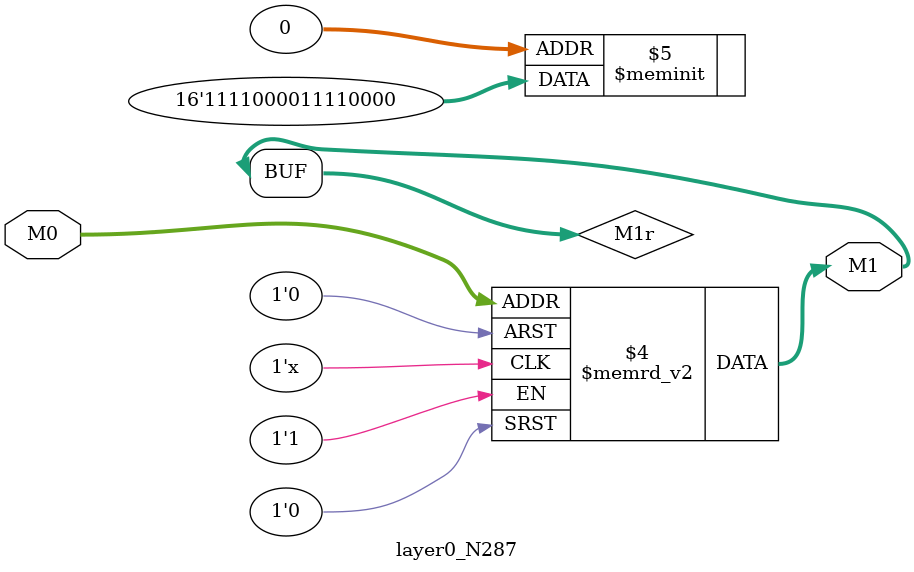
<source format=v>
module layer0_N287 ( input [2:0] M0, output [1:0] M1 );

	(*rom_style = "distributed" *) reg [1:0] M1r;
	assign M1 = M1r;
	always @ (M0) begin
		case (M0)
			3'b000: M1r = 2'b00;
			3'b100: M1r = 2'b00;
			3'b010: M1r = 2'b11;
			3'b110: M1r = 2'b11;
			3'b001: M1r = 2'b00;
			3'b101: M1r = 2'b00;
			3'b011: M1r = 2'b11;
			3'b111: M1r = 2'b11;

		endcase
	end
endmodule

</source>
